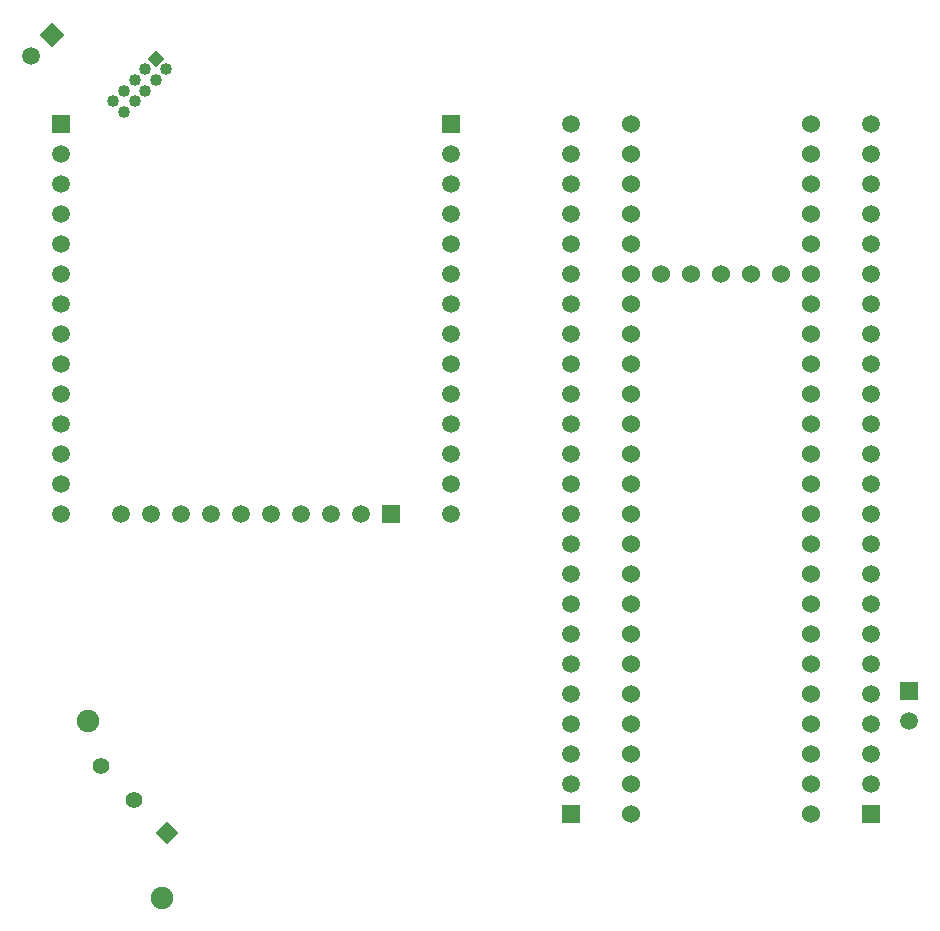
<source format=gbs>
G04*
G04 #@! TF.GenerationSoftware,Altium Limited,Altium Designer,20.1.14 (287)*
G04*
G04 Layer_Color=16711935*
%FSLAX25Y25*%
%MOIN*%
G70*
G04*
G04 #@! TF.SameCoordinates,0D2ED980-A127-4EFE-AF8B-45E26DFE5CAE*
G04*
G04*
G04 #@! TF.FilePolarity,Negative*
G04*
G01*
G75*
%ADD32C,0.06000*%
%ADD33C,0.05906*%
%ADD34R,0.05906X0.05906*%
%ADD35R,0.05906X0.05906*%
%ADD36P,0.07795X4X360.0*%
%ADD37C,0.07480*%
%ADD38C,0.05512*%
%ADD39P,0.05657X4X360.0*%
%ADD40C,0.04000*%
%ADD41P,0.08352X4X270.0*%
D32*
X250000Y-230000D02*
D03*
Y-220000D02*
D03*
Y-210000D02*
D03*
Y-200000D02*
D03*
Y-190000D02*
D03*
Y-180000D02*
D03*
Y-170000D02*
D03*
Y-160000D02*
D03*
Y-150000D02*
D03*
Y-140000D02*
D03*
Y-130000D02*
D03*
Y-120000D02*
D03*
Y-110000D02*
D03*
Y-100000D02*
D03*
Y-90000D02*
D03*
Y-80000D02*
D03*
Y-70000D02*
D03*
Y-60000D02*
D03*
Y-50000D02*
D03*
Y-40000D02*
D03*
Y-30000D02*
D03*
Y-20000D02*
D03*
Y-10000D02*
D03*
Y0D02*
D03*
X190000D02*
D03*
Y-10000D02*
D03*
Y-20000D02*
D03*
Y-30000D02*
D03*
Y-40000D02*
D03*
Y-50000D02*
D03*
Y-60000D02*
D03*
Y-70000D02*
D03*
Y-80000D02*
D03*
Y-90000D02*
D03*
Y-100000D02*
D03*
Y-110000D02*
D03*
Y-120000D02*
D03*
Y-130000D02*
D03*
Y-140000D02*
D03*
Y-150000D02*
D03*
Y-160000D02*
D03*
Y-170000D02*
D03*
Y-180000D02*
D03*
Y-190000D02*
D03*
Y-200000D02*
D03*
Y-210000D02*
D03*
Y-220000D02*
D03*
Y-230000D02*
D03*
X240000Y-50000D02*
D03*
X230000D02*
D03*
X220000D02*
D03*
X210000D02*
D03*
X200000D02*
D03*
D33*
X282500Y-199000D02*
D03*
X100000Y-130000D02*
D03*
X80000D02*
D03*
X70000D02*
D03*
X60000D02*
D03*
X50000D02*
D03*
X40000D02*
D03*
X30000D02*
D03*
X20000D02*
D03*
X90000D02*
D03*
X0D02*
D03*
Y-120000D02*
D03*
Y-110000D02*
D03*
Y-100000D02*
D03*
Y-90000D02*
D03*
Y-80000D02*
D03*
Y-70000D02*
D03*
Y-60000D02*
D03*
Y-50000D02*
D03*
Y-40000D02*
D03*
Y-30000D02*
D03*
Y-20000D02*
D03*
Y-10000D02*
D03*
X-10000Y22500D02*
D03*
X130000Y-130000D02*
D03*
Y-120000D02*
D03*
Y-110000D02*
D03*
Y-100000D02*
D03*
Y-90000D02*
D03*
Y-80000D02*
D03*
Y-70000D02*
D03*
Y-60000D02*
D03*
Y-50000D02*
D03*
Y-40000D02*
D03*
Y-30000D02*
D03*
Y-20000D02*
D03*
Y-10000D02*
D03*
X270000Y0D02*
D03*
X170000D02*
D03*
Y-10000D02*
D03*
Y-20000D02*
D03*
Y-30000D02*
D03*
Y-40000D02*
D03*
Y-50000D02*
D03*
Y-60000D02*
D03*
Y-70000D02*
D03*
Y-80000D02*
D03*
Y-90000D02*
D03*
Y-100000D02*
D03*
Y-110000D02*
D03*
Y-120000D02*
D03*
Y-130000D02*
D03*
Y-140000D02*
D03*
Y-150000D02*
D03*
Y-160000D02*
D03*
Y-170000D02*
D03*
Y-180000D02*
D03*
Y-190000D02*
D03*
Y-200000D02*
D03*
Y-210000D02*
D03*
Y-220000D02*
D03*
X270000Y-10000D02*
D03*
Y-20000D02*
D03*
Y-30000D02*
D03*
Y-40000D02*
D03*
Y-50000D02*
D03*
Y-60000D02*
D03*
Y-70000D02*
D03*
Y-80000D02*
D03*
Y-90000D02*
D03*
Y-100000D02*
D03*
Y-110000D02*
D03*
Y-120000D02*
D03*
Y-130000D02*
D03*
Y-140000D02*
D03*
Y-150000D02*
D03*
Y-160000D02*
D03*
Y-170000D02*
D03*
Y-180000D02*
D03*
Y-190000D02*
D03*
Y-200000D02*
D03*
Y-210000D02*
D03*
Y-220000D02*
D03*
D34*
X282500Y-189000D02*
D03*
X0Y0D02*
D03*
X130000D02*
D03*
X170000Y-230000D02*
D03*
X270000D02*
D03*
D35*
X110000Y-130000D02*
D03*
D36*
X35405Y-236573D02*
D03*
D37*
X33456Y-258009D02*
D03*
X8958Y-198991D02*
D03*
D38*
X24269Y-225438D02*
D03*
X13134Y-214302D02*
D03*
D39*
X31536Y21607D02*
D03*
D40*
X28000Y18071D02*
D03*
X24464Y14536D02*
D03*
X20929Y11000D02*
D03*
X17393Y7464D02*
D03*
X35071Y18071D02*
D03*
X31536Y14536D02*
D03*
X28000Y11000D02*
D03*
X24464Y7464D02*
D03*
X20929Y3929D02*
D03*
D41*
X-2929Y29571D02*
D03*
M02*

</source>
